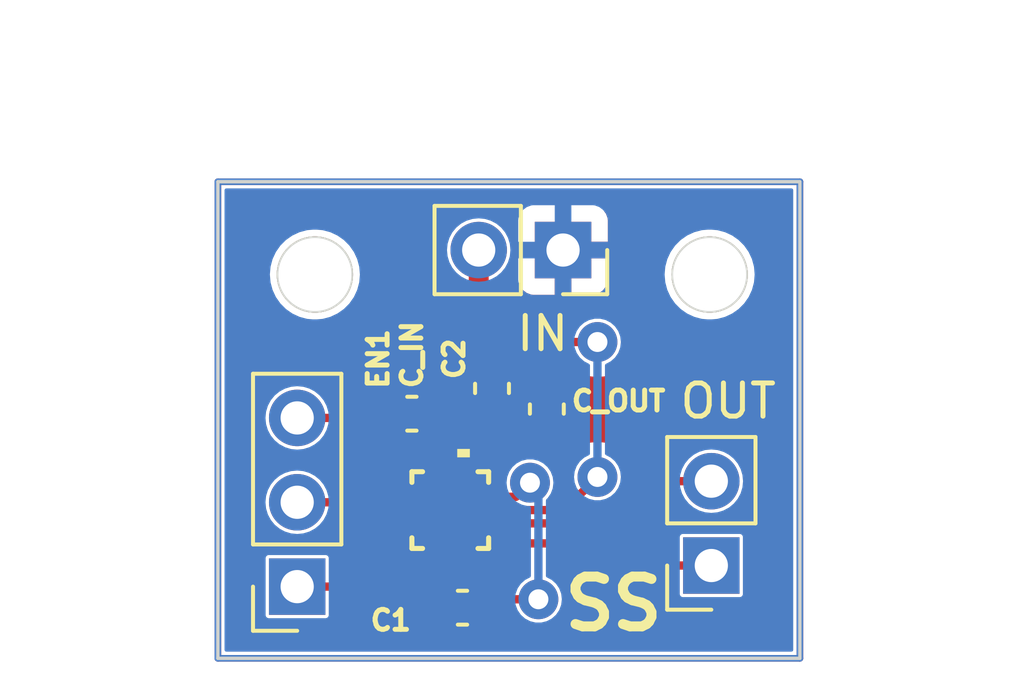
<source format=kicad_pcb>
(kicad_pcb (version 20221018) (generator pcbnew)
  (layers (0 "F.Cu" signal) (31 "B.Cu" signal) (34 "B.Paste" user) (35 "F.Paste" user) (36 "B.SilkS" user "B.Silkscreen") (37 "F.SilkS" user "F.Silkscreen") (38 "B.Mask" user) (39 "F.Mask" user) (44 "Edge.Cuts" user))
  (net 0 "")
  (net 1 "Net-(PAM8904EGPR1-CN1)")
  (net 2 "Net-(PAM8904EGPR1-CP1)")
  (net 3 "Net-(PAM8904EGPR1-CN2)")
  (net 4 "Net-(PAM8904EGPR1-CP2)")
  (net 5 "GND")
  (net 6 "Net-(OUT1-Pin_1)")
  (net 7 "Net-(EN1-Pin_1)")
  (net 8 "Net-(EN1-Pin_2)")
  (net 9 "Net-(OUT1-Pin_2)")
  (net 11 "Net-(PAM8904EGPR1-VOUT)")
  (net 12 "Net-(INe1-Pin_2)")
  (net 13 "Net-(EN1-Pin_3)")
  (footprint "MountingHole:MountingHole_2.2mm_M2" (layer "F.Cu") (at 122.3772 83.439)
    (fp_text reference "REF**" hide)
    (fp_text value "MountingHole_2.2mm_M2")
    (pad "" np_thru_hole circle (at 0 0) (size 2.2 2.2) (drill 2.2) (layers "F&B.Cu" "*.Mask"))
  )
  (footprint "Capacitor_SMD:C_0603_1608Metric" (layer "F.Cu") (at 113.411 87.63 180)
    (fp_text reference "C_IN" (at 0 1.778 90) (layer "F.SilkS") (effects (font (size 0.6 0.6))))
    (fp_text value "2.2uF")
    (fp_line (start -0.14058 -0.51) (end 0.14058 -0.51) (stroke (width 0.12)) (layer "F.SilkS"))
    (fp_line (start -0.14058 0.51) (end 0.14058 0.51) (stroke (width 0.12)) (layer "F.SilkS"))
    (pad "1" smd roundrect (at -0.775 0 180) (size 0.9 0.95) (layers "F.Cu" "F.Paste" "F.Mask") (net 12 "Net-(INe1-Pin_2)"))
    (pad "2" smd roundrect (at 0.775 0 180) (size 0.9 0.95) (layers "F.Cu" "F.Paste" "F.Mask") (net 5 "GND"))
  )
  (footprint "Connector_PinSocket_2.54mm:PinSocket_1x02_P2.54mm_Vertical" (layer "F.Cu") (at 122.428 92.202 180)
    (fp_text reference "OUT" (at -0.508 4.953 180) (layer "F.SilkS"))
    (fp_text value "Conn_01x02_Socket")
    (fp_line (start -1.33 1.27) (end -1.33 3.87) (stroke (width 0.12)) (layer "F.SilkS"))
    (fp_line (start -1.33 1.27) (end 1.33 1.27) (stroke (width 0.12)) (layer "F.SilkS"))
    (fp_line (start -1.33 3.87) (end 1.33 3.87) (stroke (width 0.12)) (layer "F.SilkS"))
    (fp_line (start 0 -1.33) (end 1.33 -1.33) (stroke (width 0.12)) (layer "F.SilkS"))
    (fp_line (start 1.33 -1.33) (end 1.33 0) (stroke (width 0.12)) (layer "F.SilkS"))
    (fp_line (start 1.33 1.27) (end 1.33 3.87) (stroke (width 0.12)) (layer "F.SilkS"))
    (pad "1" thru_hole rect (at 0 0 180) (size 1.7 1.7) (drill 1) (layers "*.Cu" "*.Mask") (net 6 "Net-(OUT1-Pin_1)"))
    (pad "2" thru_hole oval (at 0 2.54 180) (size 1.7 1.7) (drill 1) (layers "*.Cu" "*.Mask") (net 9 "Net-(OUT1-Pin_2)"))
  )
  (footprint "MountingHole:MountingHole_2.2mm_M2" (layer "F.Cu") (at 110.49 83.439)
    (fp_text reference "REF**" hide)
    (fp_text value "MountingHole_2.2mm_M2")
    (pad "" np_thru_hole circle (at 0 0) (size 2.2 2.2) (drill 2.2) (layers "*.Cu" "*.Mask"))
  )
  (footprint "Capacitor_SMD:C_0603_1608Metric" (layer "F.Cu") (at 114.935 93.472)
    (fp_text reference "C1" (at -2.159 0.381) (layer "F.SilkS") (effects (font (size 0.6 0.6))))
    (fp_text value "1uF")
    (fp_line (start -0.14058 -0.51) (end 0.14058 -0.51) (stroke (width 0.12)) (layer "F.SilkS"))
    (fp_line (start -0.14058 0.51) (end 0.14058 0.51) (stroke (width 0.12)) (layer "F.SilkS"))
    (pad "1" smd roundrect (at -0.775 0) (size 0.9 0.95) (layers "F.Cu" "F.Paste" "F.Mask") (net 1 "Net-(PAM8904EGPR1-CN1)"))
    (pad "2" smd roundrect (at 0.775 0) (size 0.9 0.95) (layers "F.Cu" "F.Paste" "F.Mask") (net 2 "Net-(PAM8904EGPR1-CP1)"))
  )
  (footprint "Connector_PinSocket_2.54mm:PinSocket_1x03_P2.54mm_Vertical" (layer "F.Cu") (at 109.957 92.837 180)
    (fp_text reference "EN1" (at -2.438 6.858 270) (layer "F.SilkS") (effects (font (size 0.6 0.6))))
    (fp_text value "Conn_01x02_Socket")
    (fp_line (start -1.33 1.27) (end -1.33 6.41) (stroke (width 0.12)) (layer "F.SilkS"))
    (fp_line (start -1.33 1.27) (end 1.33 1.27) (stroke (width 0.12)) (layer "F.SilkS"))
    (fp_line (start -1.33 6.41) (end 1.33 6.41) (stroke (width 0.12)) (layer "F.SilkS"))
    (fp_line (start 0 -1.33) (end 1.33 -1.33) (stroke (width 0.12)) (layer "F.SilkS"))
    (fp_line (start 1.33 -1.33) (end 1.33 0) (stroke (width 0.12)) (layer "F.SilkS"))
    (fp_line (start 1.33 1.27) (end 1.33 6.41) (stroke (width 0.12)) (layer "F.SilkS"))
    (pad "1" thru_hole rect (at 0 0 180) (size 1.7 1.7) (drill 1) (layers "*.Cu" "*.Mask") (net 7 "Net-(EN1-Pin_1)"))
    (pad "2" thru_hole oval (at 0 2.54 180) (size 1.7 1.7) (drill 1) (layers "*.Cu" "*.Mask") (net 8 "Net-(EN1-Pin_2)"))
    (pad "3" thru_hole oval (at 0 5.08 180) (size 1.7 1.7) (drill 1) (layers "*.Cu" "*.Mask") (net 13 "Net-(EN1-Pin_3)"))
  )
  (footprint "Capacitor_SMD:C_0603_1608Metric" (layer "F.Cu") (at 117.475 87.49 90)
    (fp_text reference "C_OUT" (at 0.241 2.159 180) (layer "F.SilkS") (effects (font (size 0.6 0.6))))
    (fp_text value "2.2uF")
    (fp_line (start -0.14058 -0.51) (end 0.14058 -0.51) (stroke (width 0.12)) (layer "F.SilkS"))
    (fp_line (start -0.14058 0.51) (end 0.14058 0.51) (stroke (width 0.12)) (layer "F.SilkS"))
    (pad "1" smd roundrect (at -0.775 0 90) (size 0.9 0.95) (layers "F.Cu" "F.Paste" "F.Mask") (net 11 "Net-(PAM8904EGPR1-VOUT)"))
    (pad "2" smd roundrect (at 0.775 0 90) (size 0.9 0.95) (layers "F.Cu" "F.Paste" "F.Mask") (net 5 "GND"))
  )
  (footprint "TESIS:QFN-12_PAM8904EGPR_DIO" (layer "F.Cu") (at 114.5667 90.532001)
    (fp_text reference "PAM8904EGPR1" hide)
    (fp_text value "~")
    (fp_line (start -1.1557 -1.1557) (end -1.1557 -0.834339) (stroke (width 0.1524)) (layer "F.SilkS"))
    (fp_line (start -1.1557 0.834339) (end -1.1557 1.1557) (stroke (width 0.1524)) (layer "F.SilkS"))
    (fp_line (start -1.1557 1.1557) (end -0.834339 1.1557) (stroke (width 0.1524)) (layer "F.SilkS"))
    (fp_line (start -0.834339 -1.1557) (end -1.1557 -1.1557) (stroke (width 0.1524)) (layer "F.SilkS"))
    (fp_line (start 0.834339 1.1557) (end 1.1557 1.1557) (stroke (width 0.1524)) (layer "F.SilkS"))
    (fp_line (start 1.1557 -1.1557) (end 0.834339 -1.1557) (stroke (width 0.1524)) (layer "F.SilkS"))
    (fp_line (start 1.1557 -0.834339) (end 1.1557 -1.1557) (stroke (width 0.1524)) (layer "F.SilkS"))
    (fp_line (start 1.1557 1.1557) (end 1.1557 0.834339) (stroke (width 0.1524)) (layer "F.SilkS"))
    (fp_poly (pts (xy 0.209499 -1.5875) (xy 0.209499 -1.8415) (xy 0.590499 -1.8415) (xy 0.590499 -1.5875)) (fill solid) (layer "F.SilkS"))
    (pad "1" smd rect (at -1.0033 -0.399999 90) (size 0.2032 0.6604) (layers "F.Cu" "F.Paste" "F.Mask") (net 13 "Net-(EN1-Pin_3)"))
    (pad "2" smd rect (at -1.0033 0 90) (size 0.2032 0.6604) (layers "F.Cu" "F.Paste" "F.Mask") (net 8 "Net-(EN1-Pin_2)"))
    (pad "3" smd rect (at -1.0033 0.399999 90) (size 0.2032 0.6604) (layers "F.Cu" "F.Paste" "F.Mask") (net 7 "Net-(EN1-Pin_1)"))
    (pad "4" smd rect (at -0.399999 1.0033) (size 0.2032 0.6604) (layers "F.Cu" "F.Paste" "F.Mask") (net 1 "Net-(PAM8904EGPR1-CN1)"))
    (pad "5" smd rect (at 0 1.0033) (size 0.2032 0.6604) (layers "F.Cu" "F.Paste" "F.Mask") (net 5 "GND"))
    (pad "6" smd rect (at 0.399999 1.0033) (size 0.2032 0.6604) (layers "F.Cu" "F.Paste" "F.Mask") (net 6 "Net-(OUT1-Pin_1)"))
    (pad "7" smd rect (at 1.0033 0.399999 90) (size 0.2032 0.6604) (layers "F.Cu" "F.Paste" "F.Mask") (net 9 "Net-(OUT1-Pin_2)"))
    (pad "8" smd rect (at 1.0033 0 90) (size 0.2032 0.6604) (layers "F.Cu" "F.Paste" "F.Mask") (net 3 "Net-(PAM8904EGPR1-CN2)"))
    (pad "9" smd rect (at 1.0033 -0.399999 90) (size 0.2032 0.6604) (layers "F.Cu" "F.Paste" "F.Mask") (net 2 "Net-(PAM8904EGPR1-CP1)"))
    (pad "10" smd rect (at 0.399999 -1.0033) (size 0.2032 0.6604) (layers "F.Cu" "F.Paste" "F.Mask") (net 11 "Net-(PAM8904EGPR1-VOUT)"))
    (pad "11" smd rect (at 0 -1.0033) (size 0.2032 0.6604) (layers "F.Cu" "F.Paste" "F.Mask") (net 4 "Net-(PAM8904EGPR1-CP2)"))
    (pad "12" smd rect (at -0.399999 -1.0033) (size 0.2032 0.6604) (layers "F.Cu" "F.Paste" "F.Mask") (net 12 "Net-(INe1-Pin_2)"))
    (pad "13" smd rect (at 0 0) (size 0.9398 0.9398) (layers "F.Cu" "F.Paste" "F.Mask"))
  )
  (footprint "Connector_PinSocket_2.54mm:PinSocket_1x02_P2.54mm_Vertical" (layer "F.Cu") (at 117.963 82.702 -90)
    (fp_text reference "IN" (at 2.515 0.615) (layer "F.SilkS"))
    (fp_text value "Conn_01x03_Socket")
    (fp_line (start -1.33 1.27) (end -1.33 3.87) (stroke (width 0.12)) (layer "F.SilkS"))
    (fp_line (start -1.33 1.27) (end 1.33 1.27) (stroke (width 0.12)) (layer "F.SilkS"))
    (fp_line (start -1.33 3.87) (end 1.33 3.87) (stroke (width 0.12)) (layer "F.SilkS"))
    (fp_line (start 0 -1.33) (end 1.33 -1.33) (stroke (width 0.12)) (layer "F.SilkS"))
    (fp_line (start 1.33 -1.33) (end 1.33 0) (stroke (width 0.12)) (layer "F.SilkS"))
    (fp_line (start 1.33 1.27) (end 1.33 3.87) (stroke (width 0.12)) (layer "F.SilkS"))
    (pad "1" thru_hole rect (at 0 0 270) (size 1.7 1.7) (drill 1) (layers "*.Cu" "*.Mask") (net 5 "GND"))
    (pad "2" thru_hole oval (at 0 2.54 270) (size 1.7 1.7) (drill 1) (layers "*.Cu" "*.Mask") (net 12 "Net-(INe1-Pin_2)"))
  )
  (footprint "Capacitor_SMD:C_0603_1608Metric" (layer "F.Cu") (at 115.824 86.868 -90)
    (fp_text reference "C2" (at -0.889 1.143 90) (layer "F.SilkS") (effects (font (size 0.6 0.6))))
    (fp_text value "1uF")
    (fp_line (start -0.14058 -0.51) (end 0.14058 -0.51) (stroke (width 0.12)) (layer "F.SilkS"))
    (fp_line (start -0.14058 0.51) (end 0.14058 0.51) (stroke (width 0.12)) (layer "F.SilkS"))
    (pad "1" smd roundrect (at -0.775 0 270) (size 0.9 0.95) (layers "F.Cu" "F.Paste" "F.Mask") (net 3 "Net-(PAM8904EGPR1-CN2)"))
    (pad "2" smd roundrect (at 0.775 0 270) (size 0.9 0.95) (layers "F.Cu" "F.Paste" "F.Mask") (net 4 "Net-(PAM8904EGPR1-CP2)"))
  )
  (gr_line (start 107.569 94.996) (end 107.569 80.645) (stroke (width 0.2)) (layer "F.Cu"))
  (gr_line (start 125.095 80.645) (end 125.095 94.996) (stroke (width 0.2)) (layer "F.Cu"))
  (gr_circle (center 122.3772 83.439) (end 123.4772 83.439) (stroke (width 0.1)) (fill none) (layer "F.Cu"))
  (gr_line (start 107.569 80.645) (end 125.095 80.645) (stroke (width 0.2)) (layer "F.Cu"))
  (gr_line (start 125.095 94.996) (end 107.569 94.996) (stroke (width 0.2)) (layer "F.Cu"))
  (gr_circle (center 110.49 83.439) (end 111.59 83.439) (stroke (width 0.1)) (fill none) (layer "F.Cu"))
  (gr_line (start 107.569 80.645) (end 125.095 80.645) (stroke (width 0.2)) (layer "B.Cu"))
  (gr_circle (center 122.3772 83.439) (end 123.4772 83.439) (stroke (width 0.1)) (fill none) (layer "B.Cu"))
  (gr_line (start 125.095 94.996) (end 107.569 94.996) (stroke (width 0.2)) (layer "B.Cu"))
  (gr_line (start 125.095 80.645) (end 125.095 94.996) (stroke (width 0.2)) (layer "B.Cu"))
  (gr_line (start 107.569 94.996) (end 107.569 80.645) (stroke (width 0.2)) (layer "B.Cu"))
  (gr_circle (center 110.49 83.439) (end 111.59 83.439) (stroke (width 0.1)) (fill none) (layer "B.Cu"))
  (gr_circle (center 110.49 83.439) (end 111.59 83.439) (stroke (width 0.1)) (fill none) (layer "F.SilkS"))
  (gr_circle (center 122.3772 83.439) (end 123.4772 83.439) (stroke (width 0.1)) (fill none) (layer "F.SilkS"))
  (gr_circle (center 122.3772 83.439) (end 123.4772 83.439) (stroke (width 0.1)) (fill none) (layer "Edge.Cuts"))
  (gr_line (start 125.095 94.996) (end 107.569 94.996) (stroke (width 0.1)) (layer "Edge.Cuts"))
  (gr_line (start 107.569 80.645) (end 125.095 80.645) (stroke (width 0.1)) (layer "Edge.Cuts"))
  (gr_circle (center 110.49 83.439) (end 111.59 83.439) (stroke (width 0.1)) (fill none) (layer "Edge.Cuts"))
  (gr_line (start 107.569 94.996) (end 107.569 80.645) (stroke (width 0.1)) (layer "Edge.Cuts"))
  (gr_line (start 125.095 80.645) (end 125.095 94.996) (stroke (width 0.1)) (layer "Edge.Cuts"))
  (gr_text "SS\n" (at 117.856 94.234) (layer "F.SilkS") (effects (font (size 1.5 1.5) (thickness 0.3) bold) (justify left bottom)))
  (segment (start 114.166701 91.535301) (end 114.16 91.542002) (width 0.25) (layer "F.Cu") (net 1))
  (segment (start 114.16 91.542002) (end 114.16 93.218) (width 0.25) (layer "F.Cu") (net 1))
  (segment (start 117.221 93.218) (end 115.71 93.218) (width 0.25) (layer "F.Cu") (net 2))
  (segment (start 116.542499 90.132002) (end 115.57 90.132002) (width 0.25) (layer "F.Cu") (net 2))
  (segment (start 116.967 89.707501) (end 116.542499 90.132002) (width 0.25) (layer "F.Cu") (net 2))
  (via (at 116.967 89.707501) (size 1.2) (drill 0.6) (layers "F.Cu" "B.Cu") (net 2))
  (via (at 117.221 93.218) (size 1.2) (drill 0.6) (layers "F.Cu" "B.Cu") (net 2))
  (segment (start 117.221 89.961501) (end 116.967 89.707501) (width 0.25) (layer "B.Cu") (net 2))
  (segment (start 117.221 93.218) (end 117.221 89.961501) (width 0.25) (layer "B.Cu") (net 2))
  (segment (start 115.951 85.471) (end 115.824 85.598) (width 0.25) (layer "F.Cu") (net 3))
  (segment (start 118.999 89.535) (end 118.001999 90.532001) (width 0.25) (layer "F.Cu") (net 3))
  (segment (start 115.824 85.598) (end 115.824 86.093) (width 0.25) (layer "F.Cu") (net 3))
  (segment (start 118.999 85.471) (end 115.951 85.471) (width 0.25) (layer "F.Cu") (net 3))
  (segment (start 118.001999 90.532001) (end 115.57 90.532001) (width 0.25) (layer "F.Cu") (net 3))
  (via (at 118.999 89.535) (size 1.2) (drill 0.6) (layers "F.Cu" "B.Cu") (net 3))
  (via (at 118.999 85.471) (size 1.2) (drill 0.6) (layers "F.Cu" "B.Cu") (net 3))
  (segment (start 118.999 85.471) (end 118.999 89.535) (width 0.25) (layer "B.Cu") (net 3))
  (segment (start 115.303 87.643) (end 115.824 87.643) (width 0.25) (layer "F.Cu") (net 4))
  (segment (start 114.5667 88.3793) (end 115.303 87.643) (width 0.25) (layer "F.Cu") (net 4))
  (segment (start 114.5667 89.528701) (end 114.5667 88.3793) (width 0.25) (layer "F.Cu") (net 4))
  (segment (start 119.507 92.202) (end 122.428 92.202) (width 0.25) (layer "F.Cu") (net 6))
  (segment (start 118.840301 91.535301) (end 119.507 92.202) (width 0.25) (layer "F.Cu") (net 6))
  (segment (start 114.966699 91.535301) (end 118.840301 91.535301) (width 0.25) (layer "F.Cu") (net 6))
  (segment (start 109.957 92.837) (end 110.998 92.837) (width 0.25) (layer "F.Cu") (net 7))
  (segment (start 110.998 92.837) (end 112.903 90.932) (width 0.25) (layer "F.Cu") (net 7))
  (segment (start 112.903 90.932) (end 113.5634 90.932) (width 0.25) (layer "F.Cu") (net 7))
  (segment (start 111.995001 90.532001) (end 113.5634 90.532001) (width 0.25) (layer "F.Cu") (net 8))
  (segment (start 111.76 90.297) (end 111.995001 90.532001) (width 0.25) (layer "F.Cu") (net 8))
  (segment (start 109.957 90.297) (end 111.76 90.297) (width 0.25) (layer "F.Cu") (net 8))
  (segment (start 120.396 89.662) (end 122.428 89.662) (width 0.25) (layer "F.Cu") (net 9))
  (segment (start 119.126 90.932) (end 120.396 89.662) (width 0.25) (layer "F.Cu") (net 9))
  (segment (start 115.57 90.932) (end 119.126 90.932) (width 0.25) (layer "F.Cu") (net 9))
  (segment (start 117.221 88.519) (end 115.443 88.519) (width 0.3) (layer "F.Cu") (net 11))
  (segment (start 115.443 88.519) (end 114.966699 88.995301) (width 0.3) (layer "F.Cu") (net 11))
  (segment (start 114.966699 88.995301) (end 114.966699 89.528701) (width 0.25) (layer "F.Cu") (net 11))
  (segment (start 117.475 88.265) (end 117.221 88.519) (width 0.25) (layer "F.Cu") (net 11))
  (segment (start 115.423 84.221) (end 114.186 85.458) (width 0.6) (layer "F.Cu") (net 12))
  (segment (start 114.166701 87.610701) (end 114.186 87.63) (width 0.6) (layer "F.Cu") (net 12))
  (segment (start 114.186 85.458) (end 114.186 87.63) (width 0.6) (layer "F.Cu") (net 12))
  (segment (start 115.423 82.702) (end 115.423 84.221) (width 0.6) (layer "F.Cu") (net 12))
  (segment (start 114.186 87.63) (end 114.186 89.509402) (width 0.25) (layer "F.Cu") (net 12))
  (segment (start 114.186 89.509402) (end 114.166701 89.528701) (width 0.25) (layer "F.Cu") (net 12))
  (segment (start 112.014 89.408) (end 112.014 88.392) (width 0.25) (layer "F.Cu") (net 13))
  (segment (start 111.379 87.757) (end 109.957 87.757) (width 0.25) (layer "F.Cu") (net 13))
  (segment (start 112.014 88.392) (end 111.379 87.757) (width 0.25) (layer "F.Cu") (net 13))
  (segment (start 112.738002 90.132002) (end 112.014 89.408) (width 0.25) (layer "F.Cu") (net 13))
  (segment (start 113.5634 90.132002) (end 112.738002 90.132002) (width 0.25) (layer "F.Cu") (net 13))
  (zone (net 5) (net_name "GND") (layer "F.Cu") (connect_pads (clearance 0.45)) (min_thickness 0.45) (fill yes (thermal_gap 0.5) (thermal_bridge_width 0.5))
    (polygon (pts (xy 107.569 80.645) (xy 107.569 94.996) (xy 125.095 94.996) (xy 125.095 80.645)))
  )
  (zone (net 5) (net_name "GND") (layer "B.Cu") (priority 1) (connect_pads (clearance 0.1)) (min_thickness 0.1) (fill yes (thermal_gap 0.5) (thermal_bridge_width 0.5))
    (polygon (pts (xy 125.095 80.645) (xy 125.095 94.996) (xy 107.569 94.996) (xy 107.569 80.645)))
  )
)
</source>
